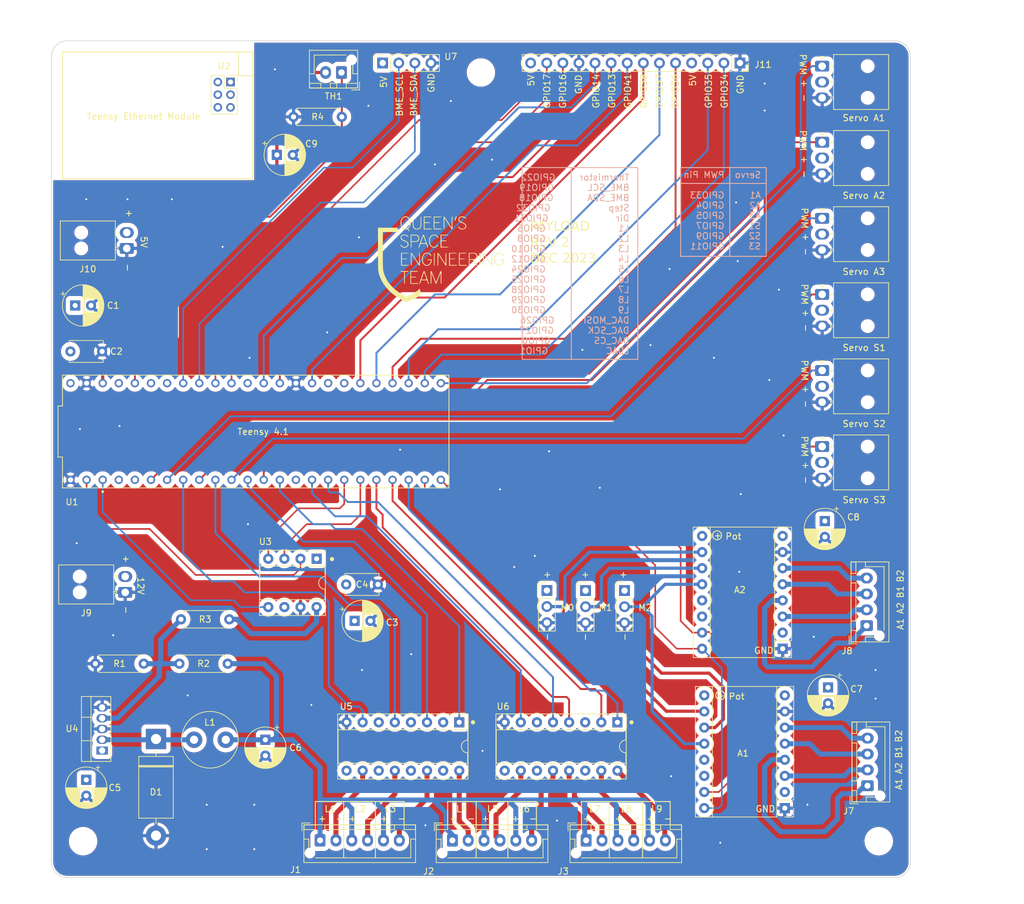
<source format=kicad_pcb>
(kicad_pcb (version 20221018) (generator pcbnew)
  (layers (0 "F.Cu" signal) (1 "In1.Cu" power) (2 "In2.Cu" power) (31 "B.Cu" signal) (34 "B.Paste" user) (35 "F.Paste" user) (36 "B.SilkS" user "B.Silkscreen") (37 "F.SilkS" user "F.Silkscreen") (38 "B.Mask" user) (39 "F.Mask" user) (44 "Edge.Cuts" user))
  (net 0 "")
  (net 1 "GND")
  (net 3 "Step1_A2")
  (net 4 "Step1_A1")
  (net 5 "Step1_B1")
  (net 6 "Step1_B2")
  (net 7 "+12V")
  (net 9 "M0")
  (net 10 "M1")
  (net 11 "M2")
  (net 12 "+5V")
  (net 13 "/Motors/Step")
  (net 14 "/Motors/Dir")
  (net 16 "Step2_A2")
  (net 17 "Step2_A1")
  (net 18 "Step2_B1")
  (net 19 "Step2_B2")
  (net 21 "Vctrl")
  (net 22 "L1_GND")
  (net 23 "L2_GND")
  (net 24 "L3_GND")
  (net 25 "L4_GND")
  (net 26 "L5_GND")
  (net 27 "L6_GND")
  (net 28 "L7_GND")
  (net 29 "L8_GND")
  (net 30 "L9_GND")
  (net 31 "/Motors/Servo A1 PWM")
  (net 32 "/Motors/Servo A2 PWM")
  (net 33 "/Motors/Servo A3 PWM")
  (net 34 "/Motors/Servo S1 PWM")
  (net 35 "/Motors/Servo S2 PWM")
  (net 36 "/Motors/Servo S3 PWM")
  (net 37 "/Lights Control/DAC_MOSI")
  (net 38 "/Lights Control/DAC_SCK")
  (net 39 "/Lights Control/DAC_CS")
  (net 40 "/Lights Control/LDAC")
  (net 41 "/Sensors and Connectors/3V3")
  (net 42 "/Sensors and Connectors/V_Thermo")
  (net 43 "/Sensors and Connectors/BME_SCL")
  (net 44 "/Sensors and Connectors/GPIO41")
  (net 45 "/Sensors and Connectors/GPIO38")
  (net 46 "/Sensors and Connectors/GPIO37")
  (net 47 "/Sensors and Connectors/GPIO36")
  (net 48 "/Sensors and Connectors/GPIO14")
  (net 49 "/Sensors and Connectors/GPIO13")
  (net 50 "/Sensors and Connectors/GPIO35")
  (net 51 "/Sensors and Connectors/GPIO34")
  (net 52 "/Sensors and Connectors/GPIO17")
  (net 53 "/Sensors and Connectors/GPIO16")
  (net 54 "/Lights Control/L1")
  (net 55 "/Lights Control/L2")
  (net 56 "/Lights Control/L3")
  (net 57 "/Lights Control/L4")
  (net 58 "/Lights Control/L5")
  (net 59 "/Lights Control/L6")
  (net 60 "/Lights Control/L7")
  (net 61 "/Lights Control/L8")
  (net 62 "/Lights Control/L9")
  (net 70 "/Lights Control/FB")
  (net 71 "/Lights Control/LM2576_Out")
  (net 72 "Light_PWR")
  (net 87 "/Sensors and Connectors/BME_SDA")
  (footprint "Connector_Molex:Molex_Nano-Fit_105313-xx03_1x03_P2.50mm_Horizontal" (layer "F.Cu") (at 183.07 29)
    (fp_text reference "M1" hide)
    (fp_text value "Servo A1")
  )
  (footprint "Connector_PinHeader_2.54mm:PinHeader_1x03_P2.54mm_Vertical" (layer "F.Cu") (at 145.75 111.725)
    (fp_text reference "J5" hide)
    (fp_text value "M1 Jumper")
  )
  (footprint "Capacitor_THT:CP_Radial_D6.3mm_P2.50mm" (layer "F.Cu") (at 184 127 -90)
    (fp_text reference "C7")
    (fp_text value "100u")
  )
  (footprint "Capacitor_THT:CP_Radial_D6.3mm_P2.50mm" (layer "F.Cu") (at 67 141.567621 -90)
    (fp_text reference "C5")
    (fp_text value "100u")
  )
  (footprint "Connector_Molex:Molex_Nano-Fit_105313-xx02_1x02_P2.50mm_Horizontal" (layer "F.Cu") (at 73.14 112 180)
    (fp_text reference "J9")
    (fp_text value "12V Connector")
  )
  (footprint "Module:Pololu_Breakout-16_15.2x20.3mm" (layer "F.Cu") (at 176.84 120.89 180)
    (fp_text reference "A2")
    (fp_text value "DRV8825_Stepper_Driver")
  )
  (footprint "Package_DIP:DIP-16_W7.62mm_Socket" (layer "F.Cu") (at 125.83 132.5 -90)
    (fp_text reference "U5")
    (fp_text value "ULN2003A")
  )
  (footprint "MountingHole:MountingHole_4mm" (layer "F.Cu") (at 192 151.25)
    (fp_text reference "REF**" hide)
    (fp_text value "MountingHole_4mm")
  )
  (footprint "Package_TO_SOT_THT:TO-220-5_Vertical" (layer "F.Cu") (at 69.5 136.95 90)
    (fp_text reference "U4")
    (fp_text value "LM2576T-ADJG")
  )
  (footprint "Resistor_THT:R_Axial_DIN0207_L6.3mm_D2.5mm_P7.62mm_Horizontal" (layer "F.Cu") (at 107.31 37 180)
    (fp_text reference "R4")
    (fp_text value "100k")
  )
  (footprint "Connector_Molex:Molex_Nano-Fit_105313-xx02_1x02_P2.50mm_Horizontal" (layer "F.Cu") (at 73.39 57.75 180)
    (fp_text reference "J10")
    (fp_text value "5V Connector")
  )
  (footprint "MountingHole:MountingHole_4mm" (layer "F.Cu") (at 66.5 151.25)
    (fp_text reference "REF**" hide)
    (fp_text value "MountingHole_4mm")
  )
  (footprint "Resistor_THT:R_Axial_DIN0207_L6.3mm_D2.5mm_P7.62mm_Horizontal" (layer "F.Cu") (at 89.31 123.25 180)
    (fp_text reference "R2")
    (fp_text value "10k")
  )
  (footprint "Connector_Molex:Molex_Nano-Fit_105313-xx03_1x03_P2.50mm_Horizontal" (layer "F.Cu") (at 183.07 89)
    (fp_text reference "M6" hide)
    (fp_text value "Servo S3")
  )
  (footprint "Connector_PinSocket_2.54mm:PinSocket_1x14_P2.54mm_Vertical" (layer "F.Cu") (at 170.11 28.5 -90)
    (fp_text reference "J11")
    (fp_text value "Extra Connections Header")
  )
  (footprint "Resistor_THT:R_Axial_DIN0207_L6.3mm_D2.5mm_P7.62mm_Horizontal" (layer "F.Cu") (at 81.94 116.25)
    (fp_text reference "R3")
    (fp_text value "5k1")
  )
  (footprint "Package_DIP:DIP-16_W7.62mm_Socket" (layer "F.Cu") (at 150.78 132.5 -90)
    (fp_text reference "U6")
    (fp_text value "ULN2003A")
  )
  (footprint "Connector_PinHeader_2.54mm:PinHeader_1x03_P2.54mm_Vertical" (layer "F.Cu") (at 139.65 111.7)
    (fp_text reference "J4" hide)
    (fp_text value "M0 Jumper")
  )
  (footprint "Capacitor_THT:C_Disc_D5.1mm_W3.2mm_P5.00mm" (layer "F.Cu") (at 108 110.75)
    (fp_text reference "C4")
    (fp_text value "100n")
  )
  (footprint "LOGO" (layer "F.Cu") (at 123 59.25)
    (fp_text reference "G***" hide)
    (fp_text value "LOGO" hide)
  )
  (footprint "Connector_JST:JST_XH_B6B-XH-AM_1x06_P2.50mm_Vertical" (layer "F.Cu") (at 103.88 151.12)
    (fp_text reference "J1")
    (fp_text value "Lights Row 1")
  )
  (footprint "Resistor_THT:R_Axial_DIN0207_L6.3mm_D2.5mm_P7.62mm_Horizontal" (layer "F.Cu") (at 76.06 123.25 180)
    (fp_text reference "R1")
    (fp_text value "1k6")
  )
  (footprint "Capacitor_THT:CP_Radial_D6.3mm_P2.50mm" (layer "F.Cu") (at 65.25 66.75)
    (fp_text reference "C1")
    (fp_text value "47u")
  )
  (footprint "Connector_Molex:Molex_Nano-Fit_105313-xx03_1x03_P2.50mm_Horizontal" (layer "F.Cu") (at 183.07 41)
    (fp_text reference "M2" hide)
    (fp_text value "Servo A2")
  )
  (footprint "Connector_JST:JST_XH_B4B-XH-AM_1x04_P2.50mm_Vertical" (layer "F.Cu") (at 190.225 142.5 90)
    (fp_text reference "J7")
    (fp_text value "Stepper Motor 1")
  )
  (footprint "Capacitor_THT:CP_Radial_D6.3mm_P2.50mm" (layer "F.Cu") (at 109.317621 116.5)
    (fp_text reference "C3")
    (fp_text value "47u")
  )
  (footprint "Capacitor_THT:CP_Radial_D6.3mm_P2.50mm" (layer "F.Cu") (at 95.25 135.25 -90)
    (fp_text reference "C6")
    (fp_text value "100u")
  )
  (footprint "Diode_THT:D_DO-201AD_P15.24mm_Horizontal" (layer "F.Cu") (at 78 135.13 -90)
    (fp_text reference "D1")
    (fp_text value "1N5821")
  )
  (footprint "Connector_JST:JST_XH_B6B-XH-AM_1x06_P2.50mm_Vertical" (layer "F.Cu") (at 145.85 151.12)
    (fp_text reference "J3")
    (fp_text value "Lights Row 3")
  )
  (footprint "Connector_Molex:Molex_Nano-Fit_105313-xx03_1x03_P2.50mm_Horizontal" (layer "F.Cu") (at 183.07 53)
    (fp_text reference "M3" hide)
    (fp_text value "Servo A3")
  )
  (footprint "Connector_Molex:Molex_Nano-Fit_105313-xx03_1x03_P2.50mm_Horizontal" (layer "F.Cu") (at 183.07 65)
    (fp_text reference "M4" hide)
    (fp_text value "Servo S1")
  )
  (footprint "Module:Pololu_Breakout-16_15.2x20.3mm" (layer "F.Cu") (at 177.18 146.03 180)
    (fp_text reference "A1")
    (fp_text value "DRV8825_Stepper_Driver")
  )
  (footprint "MountingHole:MountingHole_4mm" (layer "F.Cu") (at 129.25 30)
    (fp_text reference "REF**" hide)
    (fp_text value "MountingHole_4mm")
  )
  (footprint "Connector_JST:JST_XH_B4B-XH-AM_1x04_P2.50mm_Vertical" (layer "F.Cu") (at 190.09 117.25 90)
    (fp_text reference "J8")
    (fp_text value "Stepper Motor 2")
  )
  (footprint "Connector_PinSocket_2.54mm:PinSocket_1x04_P2.54mm_Vertical" (layer "F.Cu") (at 113.75 28.5 90)
    (fp_text reference "U7")
    (fp_text value "BME 680 Module")
  )
  (footprint "Capacitor_THT:C_Disc_D5.1mm_W3.2mm_P5.00mm" (layer "F.Cu") (at 64.5 74)
    (fp_text reference "C2")
    (fp_text value "100n")
  )
  (footprint "Inductor_THT:L_Radial_D8.7mm_P5.00mm_Fastron_07HCP" (layer "F.Cu") (at 84 135.25)
    (fp_text reference "L1")
    (fp_text value "220u")
  )
  (footprint "Capacitor_THT:CP_Radial_D6.3mm_P2.50mm" (layer "F.Cu") (at 97.067621 43)
    (fp_text reference "C9")
    (fp_text value "47u")
  )
  (footprint "Connector_PinHeader_2.54mm:PinHeader_1x03_P2.54mm_Vertical" (layer "F.Cu") (at 151.9 111.725)
    (fp_text reference "J6" hide)
    (fp_text value "M2 Jumper")
  )
  (footprint "Connector_JST:JST_XH_B2B-XH-AM_1x02_P2.50mm_Vertical" (layer "F.Cu") (at 107.25 30 180)
    (fp_text reference "TH1")
    (fp_text value "Thermistor")
  )
  (footprint "Connector_JST:JST_XH_B6B-XH-AM_1x06_P2.50mm_Vertical" (layer "F.Cu") (at 124.75 151.12)
    (fp_text reference "J2")
    (fp_text value "Lights Row 2")
  )
  (footprint "Capacitor_THT:CP_Radial_D6.3mm_P2.50mm" (layer "F.Cu") (at 183.5 100.75 -90)
    (fp_text reference "C8")
    (fp_text value "100u")
  )
  (footprint "Connector_Molex:Molex_Nano-Fit_105313-xx03_1x03_P2.50mm_Horizontal" (layer "F.Cu") (at 183.07 77)
    (fp_text reference "M5" hide)
    (fp_text value "Servo S2")
  )
  (footprint "Footprint_LIB:Teensy4-1" (layer "F.Cu") (at 93.72 86.63)
    (fp_text reference "U1")
    (fp_text value "Teensy 4.1")
  )
  (footprint "Package_DIP:DIP-8_W7.62mm_Socket" (layer "F.Cu") (at 103.33 106.7 -90)
    (fp_text reference "U3")
    (fp_text value "MCP4921-EP")
  )
  (footprint "Connector_PinSocket_2.00mm:PinSocket_2x03_P2.00mm_Vertical" (layer "F.Cu") (at 89.75 31.5)
    (fp_text reference "U2")
    (fp_text value "Teensy ETH Module Connnector")
  )
  (gr_line (start 143.5 45) (end 143.5 75.25) (stroke (width 0.15)) (layer "B.SilkS"))
  (gr_line (start 160.75 47.5) (end 174.25 47.5) (stroke (width 0.15)) (layer "B.SilkS"))
  (gr_line (start 168.5 59) (end 168.5 45) (stroke (width 0.15)) (layer "B.SilkS"))
  (gr_rect (start 135.75 45) (end 154 75.25) (stroke (width 0.15)) (fill none) (layer "B.SilkS"))
  (gr_rect (start 160.75 45) (end 174.25 59) (stroke (width 0.15)) (fill none) (layer "B.SilkS"))
  (gr_circle (center 128 132.5) (end 128.25 132.5) (stroke (width 0.15)) (fill solid) (layer "F.SilkS"))
  (gr_line (start 107.6 153.85) (end 107.6 145) (stroke (width 0.15)) (layer "F.SilkS"))
  (gr_line (start 124 145) (end 124 148.75) (stroke (width 0.15)) (layer "F.SilkS"))
  (gr_circle (center 166.5 103) (end 167 102.5) (stroke (width 0.15)) (fill none) (layer "F.SilkS"))
  (gr_line (start 103.13 145) (end 117.13 145) (stroke (width 0.15)) (layer "F.SilkS"))
  (gr_line (start 145.1 148.67) (end 145.1 145) (stroke (width 0.15)) (layer "F.SilkS"))
  (gr_circle (center 167 128.25) (end 167.5 127.75) (stroke (width 0.15)) (fill none) (layer "F.SilkS"))
  (gr_line (start 93.45 30.5) (end 91.05 30.5) (stroke (width 0.15)) (layer "F.SilkS"))
  (gr_line (start 124 145) (end 138 145) (stroke (width 0.15)) (layer "F.SilkS"))
  (gr_rect (start 63.25 26.75) (end 93.25 46.75) (stroke (width 0.15)) (fill none) (layer "F.SilkS"))
  (gr_line (start 138 148.75) (end 138 145) (stroke (width 0.15)) (layer "F.SilkS"))
  (gr_line (start 133.5 153.85) (end 133.5 145) (stroke (width 0.15)) (layer "F.SilkS"))
  (gr_line (start 149.5 153.85) (end 149.5 145) (stroke (width 0.15)) (layer "F.SilkS"))
  (gr_line (start 145.1 145) (end 159.1 145) (stroke (width 0.15)) (layer "F.SilkS"))
  (gr_line (start 103.13 145) (end 103.13 148.75) (stroke (width 0.15)) (layer "F.SilkS"))
  (gr_line (start 91 30.5) (end 91 27) (stroke (width 0.15)) (layer "F.SilkS"))
  (gr_line (start 112.6 153.85) (end 112.6 145) (stroke (width 0.15)) (layer "F.SilkS"))
  (gr_line (start 117.13 148.75) (end 117.13 145) (stroke (width 0.15)) (layer "F.SilkS"))
  (gr_circle (center 105.75 106.75) (end 106 106.75) (stroke (width 0.15)) (fill solid) (layer "F.SilkS"))
  (gr_line (start 154.75 153.85) (end 154.75 145) (stroke (width 0.15)) (layer "F.SilkS"))
  (gr_line (start 128.5 153.85) (end 128.5 145) (stroke (width 0.15)) (layer "F.SilkS"))
  (gr_circle (center 153 132.5) (end 153.25 132.5) (stroke (width 0.15)) (fill solid) (layer "F.SilkS"))
  (gr_line (start 159.1 148.67) (end 159.1 145) (stroke (width 0.15)) (layer "F.SilkS"))
  (gr_arc (start 197 154.5) (mid 196.267767 156.267767) (end 194.5 157) (stroke (width 0.1)) (layer "Edge.Cuts"))
  (gr_arc (start 61.5 27.5) (mid 62.232233 25.732233) (end 64 25) (stroke (width 0.1)) (layer "Edge.Cuts"))
  (gr_arc (start 64 157) (mid 62.232233 156.267767) (end 61.5 154.5) (stroke (width 0.1)) (layer "Edge.Cuts"))
  (gr_line (start 64 157) (end 194.5 157) (stroke (width 0.1)) (layer "Edge.Cuts"))
  (gr_line (start 197 27.5) (end 197 154.5) (stroke (width 0.1)) (layer "Edge.Cuts"))
  (gr_arc (start 194.5 25) (mid 196.267767 25.732233) (end 197 27.5) (stroke (width 0.1)) (layer "Edge.Cuts"))
  (gr_line (start 61.5 154.5) (end 61.5 27.5) (stroke (width 0.1)) (layer "Edge.Cuts"))
  (gr_line (start 64 25) (end 194.5 25) (stroke (width 0.1)) (layer "Edge.Cuts"))
  (gr_text "Thermistor     GPIO22\nBME_SCL       GPIO19\nBME_SDA       GPIO18\nStep            GPIO32\nDir              GPIO31\nL1               GPIO6\nL2               GPIO8\nL3               GPIO10\nL4               GPIO12\nL5               GPIO24\nL6               GPIO25\nL7               GPIO28\nL8               GPIO29\nL9               GPIO30\nDAC_MOSI      GPIO26\nDAC_SCK       GPIO27\nDAC_CS         GPIO0\nLDAC            GPIO1" (at 152.75 74.5) (layer "B.SilkS") (effects (font (size 1 1)) (justify left bottom mirror)))
  (gr_text "PWM Pin\n\nGPIO33\nGPIO4\nGPIO5\nGPIO7\nGPIO9\nGPIO11" (at 167.75 58) (layer "B.SilkS") (effects (font (size 1 1)) (justify left bottom mirror)))
  (gr_text "Servo \n\nA1    \nA2\nA3\nS1\nS2\nS3\n" (at 173.5 58) (layer "B.SilkS") (effects (font (size 1 1)) (justify left bottom mirror)))
  (gr_text "+  -" (at 108.25 148.25) (layer "F.SilkS") (effects (font (size 1 1)) (justify left bottom)))
  (gr_text "Servo A1" (at 186.21 37.75) (layer "F.SilkS") (effects (font (size 1 1)) (justify left bottom)))
  (gr_text "+  -" (at 103.5 148.25) (layer "F.SilkS") (effects (font (size 1 1)) (justify left bottom)))
  (gr_text "+" (at 179.71 56.5) (layer "F.SilkS") (effects (font (size 1 1)) (justify left bottom)))
  (gr_text "+  -" (at 129.25 148.25) (layer "F.SilkS") (effects (font (size 1 1)) (justify left bottom)))
  (gr_text "GPIO16" (at 142.75 35.75 90) (layer "F.SilkS") (effects (font (size 1 1)) (justify left bottom)))
  (gr_text "A1" (at 195.75 143.25 90) (layer "F.SilkS") (effects (font (size 1 1)) (justify left bottom)))
  (gr_text "Servo A2" (at 186.21 50) (layer "F.SilkS") (effects (font (size 1 1)) (justify left bottom)))
  (gr_text "Servo S1" (at 186.21 74) (layer "F.SilkS") (effects (font (size 1 1)) (justify left bottom)))
  (gr_text "-" (at 180.96 83 90) (layer "F.SilkS") (effects (font (size 1 1)) (justify left bottom)))
  (gr_text "Teensy Ethernet Module" (at 67 37.5) (layer "F.SilkS") (effects (font (size 1 1)) (justify left bottom)))
  (gr_text "GND" (at 172.25 121.75) (layer "F.SilkS") (effects (font (size 1 1)) (justify left bottom)))
  (gr_text "PWM" (at 179.71 51.25 -90) (layer "F.SilkS") (effects (font (size 1 1)) (justify left bottom)))
  (gr_text "5V" (at 114.5 32.5 90) (layer "F.SilkS") (effects (font (size 1 1)) (justify left bottom)))
  (gr_text "M2" (at 154 115) (layer "F.SilkS") (effects (font (size 1 1)) (justify left bottom)))
  (gr_text "B1" (at 196 113 90) (layer "F.SilkS") (effects (font (size 1 1)) (justify left bottom)))
  (gr_text "L6\n" (at 135.12 146.75) (layer "F.SilkS") (effects (font (size 1 1)) (justify left bottom)))
  (gr_text "L1\n" (at 104.5 146.75) (layer "F.SilkS") (effects (font (size 1 1)) (justify left bottom)))
  (gr_text "+" (at 165.9 103.6) (layer "F.SilkS") (effects (font (size 1 1)) (justify left bottom)))
  (gr_text "-" (at 180.96 71 90) (layer "F.SilkS") (effects (font (size 1 1)) (justify left bottom)))
  (gr_text "-" (at 74 61.5 90) (layer "F.SilkS") (effects (font (size 1 1)) (justify left bottom)))
  (gr_text "BME_SCL" (at 117 37 90) (layer "F.SilkS") (effects (font (size 1 1)) (justify left bottom)))
  (gr_text "PWM" (at 179.71 87.25 -90) (layer "F.SilkS") (effects (font (size 1 1)) (justify left bottom)))
  (gr_text "GND" (at 122 33.25 90) (layer "F.SilkS") (effects (font (size 1 1)) (justify left bottom)))
  (gr_text "+" (at 166.4 128.85) (layer "F.SilkS") (effects (font (size 1 1)) (justify left bottom)))
  (gr_text "GND" (at 170.75 33.5 90) (layer "F.SilkS") (effects (font (size 1 1)) (justify left bottom)))
  (gr_text "+  -" (at 150.25 148.25) (layer "F.SilkS") (effects (font (size 1 1)) (justify left bottom)))
  (gr_text "B1" (at 195.75 138.25 90) (layer "F.SilkS") (effects (font (size 1 1)) (justify left bottom)))
  (gr_text "-" (at 180.96 95 90) (layer "F.SilkS") (effects (font (size 1 1)) (justify left bottom)))
  (gr_text "GPIO37" (at 158 35.75 90) (layer "F.SilkS") (effects (font (size 1 1)) (justify left bottom)))
  (gr_text "M1\n" (at 147.75 115) (layer "F.SilkS") (effects (font (size 1 1)) (justify left bottom)))
  (gr_text "-" (at 152.5 119.75 90) (layer "F.SilkS") (effects (font (size 1 1)) (justify left bottom)))
  (gr_text "L8\n" (at 151.22 146.75) (layer "F.SilkS") (effects (font (size 1 1)) (justify left bottom)))
  (gr_text "+  -" (at 113.25 148.25) (layer "F.SilkS") (effects (font (size 1 1)) (justify left bottom)))
  (gr_text "GPIO13" (at 150.5 35.75 90) (layer "F.SilkS") (effects (font (size 1 1)) (justify left bottom)))
  (gr_text "+  -" (at 134 148.25) (layer "F.SilkS") (effects (font (size 1 1)) (justify left bottom)))
  (gr_text "Servo S2" (at 186.21 86) (layer "F.SilkS") (effects (font (size 1 1)) (justify left bottom)))
  (gr_text "GND" (at 172.5 146.75) (layer "F.SilkS") (effects (font (size 1 1)) (justify left bottom)))
  (gr_text "GPIO38" (at 155.5 35.75 90) (layer "F.SilkS") (effects (font (size 1 1)) (justify left bottom)))
  (gr_text "-" (at 140.25 119.75 90) (layer "F.SilkS") (effects (font (size 1 1)) (justify left bottom)))
  (gr_text "12V" (at 75 109.5 270) (layer "F.SilkS") (effects (font (size 1 1)) (justify left bottom)))
  (gr_text "L2\n" (at 109.25 146.75) (layer "F.SilkS") (effects (font (size 1 1)) (justify left bottom)))
  (gr_text "PWM" (at 179.71 63.25 -90) (layer "F.SilkS") (effects (font (size 1 1)) (justify left bottom)))
  (gr_text "GPIO41" (at 153 35.75 90) (layer "F.SilkS") (effects (font (size 1 1)) (justify left bottom)))
  (gr_text "5V" (at 163.25 32.25 90) (layer "F.SilkS") (effects (font (size 1 1)) (justify left bottom)))
  (gr_text "+  -" (at 145.25 148.25) (layer "F.SilkS") (effects (font (size 1 1)) (justify left bottom)))
  (gr_text "+" (at 72.5 107.25) (layer "F.SilkS") (effects (font (size 1 1)) (justify left bottom)))
  (gr_text "-" (at 146.25 119.75 90) (layer "F.SilkS") (effects (font (size 1 1)) (justify left bottom)))
  (gr_text "Pot" (at 167.75 103.75) (layer "F.SilkS") (effects (font (size 1 1)) (justify left bottom)))
  (gr_text "+  -" (at 155.25 148.25) (layer "F.SilkS") (effects (font (size 1 1)) (justify left bottom)))
  (gr_text "+" (at 179.71 80.5) (layer "F.SilkS") (effects (font (size 1 1)) (justify left bottom)))
  (gr_text "B2" (at 196 110.5 90) (layer "F.SilkS") (effects (font (size 1 1)) (justify left bottom)))
  (gr_text "-" (at 73.75 115.5 90) (layer "F.SilkS") (effects (font (size 1 1)) (justify left bottom)))
  (gr_text "+" (at 73 52.75) (layer "F.SilkS") (effects (font (size 1 1)) (justify left bottom)))
  (gr_text "Servo A3" (at 186.21 62) (layer "F.SilkS") (effects (font (size 1 1)) (justify left bottom)))
  (gr_text "M0" (at 141.75 115) (layer "F.SilkS") (effects (font (size 1 1)) (justify left bottom)))
  (gr_text "Pot" (at 168.25 129) (layer "F.SilkS") (effects (font (size 1 1)) (justify left bottom)))
  (gr_text "Teensy 4.1" (at 90.75 87.25) (layer "F.SilkS") (effects (font (size 1 1)) (justify left bottom)))
  (gr_text "-" (at 180.71 34.75 90) (layer "F.SilkS") (effects (font (size 1 1)) (justify left bottom)))
  (gr_text "BME_SDA" (at 119.25 37 90) (layer "F.SilkS") (effects (font (size 1 1)) (justify left bottom)))
  (gr_text "GPIO14" (at 148 35.75 90) (layer "F.SilkS") (effects (font (size 1 1)) (justify left bottom)))
  (gr_text "Servo S3\n" (at 186.21 98) (layer "F.SilkS") (effects (font (size 1 1)) (justify left bottom)))
  (gr_text "GPIO36" (at 160.5 35.75 90) (layer "F.SilkS") (effects (font (size 1 1)) (justify left bottom)))
  (gr_text "+" (at 179.71 92.5) (layer "F.SilkS") (effects (font (size 1 1)) (justify left bottom)))
  (gr_text "-" (at 180.96 59 90) (layer "F.SilkS") (effects (font (size 1 1)) (justify left bottom)))
  (gr_text "GPIO35" (at 165.75 35.75 90) (layer "F.SilkS") (effects (font (size 1 1)) (justify left bottom)))
  (gr_text "+" (at 151 109.75) (layer "F.SilkS") (effects (font (size 1 1)) (justify left bottom)))
  (gr_text "+" (at 179.46 44.25) (layer "F.SilkS") (effects (font (size 1 1)) (justify left bottom)))
  (gr_text "+" (at 179.46 32.25) (layer "F.SilkS") (effects (font (size 1 1)) (justify left bottom)))
  (gr_text "L3\n" (at 114 146.75) (layer "F.SilkS") (effects (font (size 1 1)) (justify left bottom)))
  (gr_text "+  -" (at 124.25 148.25) (layer "F.SilkS") (effects (font (size 1 1)) (justify left bottom)))
  (gr_text "A2" (at 196 115.5 90) (layer "F.SilkS") (effects (font (size 1 1)) (justify left bottom)))
  (gr_text "A1" (at 196 118 90) (layer "F.SilkS") (effects (font (size 1 1)) (justify left bottom)))
  (gr_text "B2" (at 195.75 135.75 90) (layer "F.SilkS") (effects (font (size 1 1)) (justify left bottom)))
  (gr_text "+" (at 139 109.75) (layer "F.SilkS") (effects (font (size 1 1)) (justify left bottom)))
  (gr_text "PWM" (at 179.71 75.25 -90) (layer "F.SilkS") (effects (font (size 1 1)) (justify left bottom)))
  (gr_text "PAYLOAD\nREV 2\nDEC 2023" (at 137 60.25) (layer "F.SilkS") (effects (font (size 1.5 1.5)) (justify left bottom)))
  (gr_text "L5\n" (at 130.12 146.75) (layer "F.SilkS") (effects (font (size 1 1)) (justify left bottom)))
  (gr_text "L9\n" (at 156 146.75) (layer "F.SilkS") (effects (font (size 1 1)) (justify left bottom)))
  (gr_text "5V" (at 137.75 32.25 90) (layer "F.SilkS") (effects (font (size 1 1)) (justify left bottom)))
  (gr_text "PWM" (at 179.46 39 -90) (layer "F.SilkS") (effects (font (size 1 1)) (justify left bottom)))
  (gr_text "L7\n" (at 146.22 146.75) (layer "F.SilkS") (effects (font (size 1 1)) (justify left bottom)))
  (gr_text "GPIO17" (at 140.25 35.75 90) (layer "F.SilkS") (effects (font (size 1 1)) (justify left bottom)))
  (gr_text "A2" (at 195.75 140.75 90) (layer "F.SilkS") (effects (font (size 1 1)) (justify left bottom)))
  (gr_text "5V" (at 75.5 55.75 -90) (layer "F.SilkS") (effects (font (size 1 1)) (justify left bottom)))
  (gr_text "-" (at 180.71 46.75 90) (layer "F.SilkS") (effects (font (size 1 1)) (justify left bottom)))
  (gr_text "PWM" (at 179.46 27 -90) (layer "F.SilkS") (effects (font (size 1 1)) (justify left bottom)))
  (gr_text "GND" (at 145.25 33.5 90) (layer "F.SilkS") (effects (font (size 1 1)) (justify left bottom)))
  (gr_text "+" (at 179.71 68.5) (layer "F.SilkS") (effects (font (size 1 1)) (justify left bottom)))
  (gr_text "GPIO34" (at 168.25 35.75 90) (layer "F.SilkS") (effects (font (size 1 1)) (justify left bottom)))
  (gr_text "L4\n" (at 125.25 146.75) (layer "F.SilkS") (effects (font (size 1 1)) (justify left bottom)))
  (gr_text "+" (at 145 109.75) (layer "F.SilkS") (effects (font (size 1 1)) (justify left bottom)))
  (via (at 110 56) (size 0.7) (drill 0.3) (layers "F.Cu" "B.Cu") (net 1))
  (via (at 110.5 124.25) (size 0.7) (drill 0.3) (layers "F.Cu" "B.Cu") (net 1))
  (via (at 169.5 50.5) (size 0.7) (drill 0.3) (layers "F.Cu" "B.Cu") (net 1))
  (via (at 71.25 118.75) (size 0.7) (drill 0.3) (layers "F.Cu" "B.Cu") (net 1))
  (via (at 92.75 75) (size 0.7) (drill 0.3) (layers "F.Cu" "B.Cu") (net 1))
  (via (at 80.5 50) (size 0.7) (drill 0.3) (layers "F.Cu" "B.Cu") (net 1))
  (via (at 137.75 106.25) (size 0.7) (drill 0.3) (layers "F.Cu" "B.Cu") (net 1))
  (via (at 177 87.25) (size 0.7) (drill 0.3) (layers "F.Cu" "B.Cu") (net 1))
  (via (at 141.25 148) (size 0.7) (drill 0.3) (layers "F.Cu" "B.Cu") (net 1))
  (via (at 65.5 104.25) (size 0.7) (drill 0.3) (layers "F.Cu" "B.Cu") (net 1))
  (via (at 166 75) (size 0.7) (drill 0.3) (layers "F.Cu" "B.Cu") (net 1))
  (via (at 148 95.5) (size 0.7) (drill 0.3) (layers "F.Cu" "B.Cu") (net 1))
  (via (at 180.75 145.5) (size 0.7) (drill 0.3) (layers "F.Cu" "B.Cu") (net 1))
  (via (at 93.5 145.5) (size 0.7) (drill 0.3) (layers "F.Cu" "B.Cu") (net 1))
  (via (at 191.5 124.25) (size 0.7) (drill 0.3) (layers "F.Cu" "B.Cu") (net 1))
  (via (at 170.25 96.5) (size 0.7) (drill 0.3) (layers "F.Cu" "B.Cu") (net 1))
  (via (at 120.5 148.75) (size 0.7) (drill 0.3) (layers "F.Cu" "B.Cu") (net 1))
  (via (at 140 89.75) (size 0.7) (drill 0.3) (layers "F.Cu" "B.Cu") (net 1))
  (via (at 116.5 89.5) (size 0.7) (drill 0.3) (layers "F.Cu" "B.Cu") (net 1))
  (via (at 167 151.5) (size 0.7) (drill 0.3) (layers "F.Cu" "B.Cu") (net 1))
  (via (at 102.5 129.75) (size 0.7) (drill 0.3) (layers "F.Cu" "B.Cu") (net 1))
  (via (at 93.5 152.5) (size 0.7) (drill 0.3) (layers "F.Cu" "B.Cu") (net 1))
  (via (at 159 61) (size 0.7) (drill 0.3) (layers "F.Cu" "B.Cu") (net 1))
  (via (at 73.5 50) (size 0.7) (drill 0.3) (layers "F.Cu" "B.Cu") (net 1))
  (via (at 88.5 57.5) (size 0.7) (drill 0.3) (layers "F.Cu" "B.Cu") (net 1))
  (via (at 83 128.25) (size 0.7) (drill 0.3) (layers "F.Cu" "B.Cu") (net 1))
  (via (at 96.75 29.5) (size 0.7) (drill 0.3) (layers "F.Cu" "B.Cu") (net 1))
  (via (at 92.5 101.25) (size 0.7) (drill 0.3) (layers "F.Cu" "B.Cu") (net 1))
  (via (at 134.5 108) (size 0.7) (drill 0.3) (layers "F.Cu" "B.Cu") (net 1))
  (via (at 86 145.5) (size 0.7) (drill 0.3) (layers "F.Cu" "B.Cu") (net 1))
  (via (at 122 44.5) (size 0.7) (drill 0.3) (layers "F.Cu" "B.Cu") (net 1))
  (via (at 66 86.25) (size 0.7) (drill 0.3) (layers "F.Cu" "B.Cu") (net 1))
  (via (at 174 31.75) (size 0.7) (drill 0.3) (layers "F.Cu" "B.Cu") (net 1))
  (via (at 111.5 35.25) (size 0.7) (drill 0.3) (layers "F.Cu" "B.Cu") (net 1))
  (via (at 132.25 95.75) (size 0.7) (drill 0.3) (layers "F.Cu" "B.Cu") (net 1))
  (via (at 191.5 128.75) (size 0.7) (drill 0.3) (layers "F.Cu" "B.Cu") (net 1))
  (via (at 174 36) (size 0.7) (drill 0.3) (layers "F.Cu" "B.Cu") (net 1))
  (via (at 129.5 137) (size 0.7) (drill 0.3) (layers "F.Cu" "B.Cu") (net 1))
  (via (at 156 73) (size 0.7) (drill 0.3) (layers "F.Cu" "B.Cu") (net 1))
  (via (at 170 108.75) (size 0.7) (drill 0.3) (layers "F.Cu" "B.Cu") (net 1))
  (via (at 67 50) (size 0.7) (drill 0.3) (layers "F.Cu" "B.Cu") (net 1))
  (via (at 131 43.75) (size 0.7) (drill 0.3) (layers "F.Cu" "B.Cu") (net 1))
  (via (at 105 71) (size 0.7) (drill 0.3) (layers "F.Cu" "B.Cu") (net 1))
  (via (at 159.25 141) (size 0.7) (drill 0.3) (layers "F.Cu" "B.Cu") (net 1))
  (via (at 169.75 59.75) (size 0.7) (drill 0.3) (layers "F.Cu" "B.Cu") (net 1))
  (via (at 176.25 64.25) (size 0.7) (drill 0.3) (layers "F.Cu" "B.Cu") (net 1))
  (via (at 118.25 121.75) (size 0.7) (drill 0.3) (layers "F.Cu" "B.Cu") (net 1))
  (via (at 124.5 34.5) (size 0.7) (drill 0.3) (layers "F.Cu" "B.Cu") (net 1))
  (via (at 181.75 119) (size 0.7) (drill 0.3) (layers "F.Cu" "B.Cu") (net 1))
  (via (at 174.75 78.5) (size 0.7) (drill 0.3) (layers "F.Cu" "B.Cu") (net 1))
  (via (at 86 152.5) (size 0.7) (drill 0.3) (layers "F.Cu" "B.Cu") (net 1))
  (via (at 72.25 85.75) (size 0.7) (drill 0.3) (layers "F.Cu" "B.Cu") (net 1))
  (via (at 145.25 73.75) (size 0.7) (drill 0.3) (layers "F.Cu" "B.Cu") (net 1))
  (segment (start 186.55 140.95) (end 187.5 140) (width 0.8) (layer "B.Cu") (net 3))
  (segment (start 187.5 140) (end 190.225 140) (width 0.8) (layer "B.Cu") (net 3))
  (segment (start 177.18 140.95) (end 186.55 140.95) (width 0.8) (layer "B.Cu") (net 3))
  (segment (start 174 147.25) (end 176.5 149.75) (width 0.8) (layer "B.Cu") (net 4))
  (segment (start 185.5 144.5) (end 186.25 143.75) (width 0.8) (layer "B.Cu") (net 4))
  (segment (start 177.18 138.41) (end 175.09 138.41) (width 0.8) (layer "B.Cu") (net 4))
  (segment (start 174 139.5) (end 174 147.25) (width 0.8) (layer "B.Cu") (net 4))
  (segment (start 185.5 147.75) (end 185.5 144.5) (width 0.8) (layer "B.Cu") (net 4))
  (segment (start 175.09 138.41) (end 174 139.5) (width 0.8) (layer "B.Cu") (net 4))
  (segment (start 188.5 143.75) (end 189.75 142.5) (width 0.8) (layer "B.Cu") (net 4))
  (segment (start 176.5 149.75) (end 183.5 149.75) (width 0.8) (layer "B.Cu") (net 4))
  (segment (start 183.5 149.75) (end 185.5 147.75) (width 0.8) (layer "B.Cu") (net 4))
  (segment (start 186.25 143.75) (end 188.5 143.75) (width 0.8) (layer "B.Cu") (net 4))
  (segment (start 189.75 142.5) (end 190.225 142.5) (width 0.8) (layer "B.Cu") (net 4))
  (segment (start 181.12 135.87) (end 177.18 135.87) (width 0.8) (layer "B.Cu") (net 5))
  (segment (start 182.75 137.5) (end 181.12 135.87) (width 0.8) (layer "B.Cu") (net 5))
  (segment (start 190.225 137.5) (end 182.75 137.5) (width 0.8) (layer "B.Cu") (net 5))
  (segment (start 177.18 133.33) (end 186.08 133.33) (width 0.8) (layer "B.Cu") (net 6))
  (segment (start 186.08 133.33) (end 187.75 135) (width 0.8) (layer "B.Cu") (net 6))
  (segment (start 187.75 135) (end 190.225 135) (width 0.8) (layer "B.Cu") (net 6))
  (segment (start 158.5 130.75) (end 152 124.25) (width 0.5) (layer "F.Cu") (net 9))
  (segment (start 143.75 120.5) (end 142.25 119) (width 0.5) (layer "F.Cu") (net 9))
  (segment (start 142.25 114.5) (end 141.99 114.24) (width 0.5) (layer "F.Cu") (net 9))
  (segment (start 164.48 130.79) (end 164.44 130.75) (width 0.5) (layer "F.Cu") (net 9))
  (segment (start 148.25 124.25) (end 144.5 120.5) (width 0.5) (layer "F.Cu") (net 9))
  (segment (start 142.25 119) (end 142.25 114.5) (width 0.5) (layer "F.Cu") (net 9))
  (segment (start 141.99 114.24) (end 139.65 114.24) (width 0.5) (layer "F.Cu") (net 9))
  (segment (start 164.44 130.75) (end 158.5 130.75) (width 0.5) (layer "F.Cu") (net 9))
  (segment (start 144.5 120.5) (end 143.75 120.5) (width 0.5) (layer "F.Cu") (net 9))
  (segment (start 152 124.25) (end 148.25 124.25) (width 0.5) (layer "F.Cu") (net 9))
  (segment (start 146.35 105.65) (end 142.5 109.5) (width 0.5) (layer "B.Cu") (net 9))
  (segment (start 142.5 109.5) (end 142.5 114) (width 0.5) (layer "B.Cu") (net 9))
  (segment (start 142.26 114.24) (end 141.51 114.24) (width 0.5) (layer "B.Cu") (net 9))
  (segment (start 141.51 114.24) (end 139.65 114.24) (width 0.5) (layer "B.Cu") (net 9))
  (segment (start 141.52 114.25) (end 141.51 114.24) (width 0.5) (layer "B.Cu") (net 9))
  (segment (start 142.5 114) (end 142.26 114.24) (width 0.5) (layer "B.Cu") (net 9))
  (segment (start 142.25 114.25) (end 141.52 114.25) (width 0.5) (layer "B.Cu") (net 9))
  (segment (start 164.14 105.65) (end 146.35 105.65) (width 0.5) (layer "B.Cu") (net 9))
  (segment (start 149 119.75) (end 152.75 119.75) (width 0.5) (layer "F.Cu") (net 10))
  (segment (start 157.75 124.75) (end 159.25 124.75) (width 0.5) (layer "F.Cu") (net 10))
  (segment (start 148.5 119.25) (end 148.5 114.75) (width 0.5) (layer "F.Cu") (net 10))
  (segment (start 164.48 133.33) (end 166.17 133.33) (width 0.5) (layer "F.Cu") (net 10))
  (segment (start 147.985 114.265) (end 145.75 114.265) (width 0.5) (layer "F.Cu") (net 10))
  (segment (start 166.17 133.33) (end 167.5 132) (width 0.5) (layer "F.Cu") (net 10))
  (segment (start 148 114.25) (end 147.985 114.265) (width 0.5) (layer "F.Cu") (net 10))
  (segment (start 148.5 119.25) (end 149 119.75) (width 0.5) (layer "F.Cu") (net 10))
  (segment (start 148.5 114.75) (end 148 114.25) (width 0.5) (layer "F.Cu") (net 10))
  (segment (start 165.25 124.75) (end 159.25 124.75) (width 0.5) (layer "F.Cu") (net 10))
  (segment (start 167.5 127) (end 165.25 124.75) (width 0.5) (layer "F.Cu") (net 10))
  (segment (start 167.5 132) (end 167.5 127) (width 0.5) (layer "F.Cu") (net 10))
  (segment (start 152.75 119.75) (end 157.75 124.75) (width 0.5) (layer "F.Cu") (net 10))
  (segment (start 148.25 113.5) (end 147.485 114.265) (width 0.5) (layer "B.Cu") (net 10))
  (segment (start 164.14 108.19) (end 149.56 108.19) (width 0.5) (layer "B.Cu") (net 10))
  (segment (start 147.485 114.265) (end 145.75 114.265) (width 0.5) (layer "B.Cu") (net 10))
  (segment (start 148.25 109.5) (end 148.25 113.5) (width 0.5) (layer "B.Cu") (net 10))
  (segment (start 149.56 108.19) (end 148.25 109.5) (width 0.5) (layer "B.Cu") (net 10))
  (segment (start 161.37 135.87) (end 156.25 130.75) (width 0.5) (layer "B.Cu") (net 11))
  (segment (start 156.25 115.75) (end 154.765 114.265) (width 0.5) (layer "B.Cu") (net 11))
  (segment (start 158.3 110.73) (end 154.765 114.265) (width 0.5) (layer "B.Cu") (net 11))
  (segment (start 154.235 114.265) (end 151.9 114.265) (width 0.5) (layer "B.Cu") (net 11))
  (segment (start 164.14 110.73) (end 158.3 110.73) (width 0.5) (layer "B.Cu") (net 11))
  (segment (start 154.765 114.265) (end 154.235 114.265) (width 0.5) (layer "B.Cu") (net 11))
  (segment (start 164.48 135.87) (end 161.37 135.87) (width 0.5) (layer "B.Cu") (net 11))
  (segment (start 156.25 130.75) (end 156.25 115.75) (width 0.5) (layer "B.Cu") (net 11))
  (segment (start 154.75 99) (end 127.68 99) (width 0.25) (layer "F.Cu") (net 13))
  (segment (start 164.24 118.25) (end 164.14 118.35) (width 0.25) (layer "F.Cu") (net 13))
  (segment (start 127.68 99) (end 122.93 94.25) (width 0.25) (layer "F.Cu") (net 13))
  (segment (start 162.6 118.35) (end 160.75 116.5) (width 0.25) (layer "F.Cu") (net 13))
  (segment (start 160.75 116.5) (end 160.75 105) (width 0.25) (layer "F.Cu") (net 13))
  (segment (start 164.48 143.49) (end 166.76 143.49) (width 0.25) (layer "F.Cu") (net 13))
  (segment (start 165.25 118.25) (end 164.24 118.25) (width 0.25) (layer "F.Cu") (net 13))
  (segment (start 160.75 105) (end 154.75 99) (width 0.25) (layer "F.Cu") (net 13))
  (segment (start 170.25 140) (end 170.25 123.25) (width 0.25) (layer "F.Cu") (net 13))
  (segment (start 170.25 123.25) (end 165.25 118.25) (width 0.25) (layer "F.Cu") (net 13))
  (segment (start 166.76 143.49) (end 170.25 140) (width 0.25) (layer "F.Cu") (net 13))
  (segment (start 164.14 118.35) (end 162.6 118.35) (width 0.25) (layer "F.Cu") (net 13))
  (segment (start 152.36 103.36) (end 125.86 103.36) (width 0.25) (layer "F.Cu") (net 14))
  (segment (start 120.39 97.89) (end 120.39 94.25) (width 0.25) (layer "F.Cu") (net 14))
  (segment (start 156.75 107.75) (end 152.36 103.36) (width 0.25) (layer "F.Cu") (net 14))
  (segment (start 125.86 103.36) (end 120.39 97.89) (width 0.25) (layer "F.Cu") (net 14))
  (segment (start 156.75 117.5) (end 156.75 107.75) (width 0.25) (layer "F.Cu") (net 14))
  (segment (start 160.14 120.89) (end 156.75 117.5) (width 0.25) (layer "F.Cu") (net 14))
  (segment (start 164.14 120.89) (end 160.14 120.89) (width 0.25) (layer "F.Cu") (net 14))
  (segment (start 167.25 145.5) (end 167.25 124) (width 0.25) (layer "B.Cu") (net 14))
  (segment (start 166.72 146.03) (end 167.25 145.5) (width 0.25) (layer "B.Cu") (net 14))
  (segment (start 167.25 124) (end 164.14 120.89) (width 0.25) (layer "B.Cu") (net 14))
  (segment (start 164.48 146.03) (end 166.72 146.03) (width 0.25) (layer "B.Cu") (net 14))
  (segment (start 176.84 115.81) (end 187.19 115.81) (width 0.8) (layer "B.Cu") (net 16))
  (segment (start 188.25 114.75) (end 190.09 114.75) (width 0.8) (layer "B.Cu") (net 16))
  (segment (start 187.19 115.81) (end 188.25 114.75) (width 0.8) (layer "B.Cu") (net 16))
  (segment (start 174 114.5) (end 174 123.25) (width 0.8) (layer "B.Cu") (net 17))
  (segment (start 174.5 123.75) (end 181.5 123.75) (width 0.8) (layer "B.Cu") (net 17))
  (segment (start 187.34 120) (end 190.09 117.25) (width 0.8) (layer "B.Cu") (net 17))
  (segment (start 175.23 113.27) (end 174 114.5) (width 0.8) (layer "B.Cu") (net 17))
  (segment (start 181.5 123.75) (end 185.25 120) (width 0.8) (layer "B.Cu") (net 17))
  (segment (start 176.84 113.27) (end 175.23 113.27) (width 0.8) (layer "B.Cu") (net 17))
  (segment (start 174 123.25) (end 174.5 123.75) (width 0.8) (layer "B.Cu") (net 17))
  (segment (start 185.25 120) (end 187.34 120) (width 0.8) (layer "B.Cu") (net 17))
  (segment (start 183.98 110.73) (end 185.5 112.25) (width 0.8) (layer "B.Cu") (net 18))
  (segment (start 185.5 112.25) (end 190.09 112.25) (width 0.8) (layer "B.Cu") (net 18))
  (segment (start 176.84 110.73) (end 183.98 110.73) (width 0.8) (layer "B.Cu") (net 18))
  (segment (start 185.69 108.19) (end 187.25 109.75) (width 0.8) (layer "B.Cu") (net 19))
  (segment (start 187.25 109.75) (end 190.09 109.75) (width 0.8) (layer "B.Cu") (net 19))
  (segment (start 176.84 108.19) (end 185.69 108.19) (width 0.8) (layer "B.Cu") (net 19))
  (segment (start 103.33 116.7) (end 103.33 114.32) (width 0.8) (layer "B.Cu") (net 21))
  (segment (start 93 118.5) (end 101.53 118.5) (width 0.8) (layer "B.Cu") (net 21))
  (segment (start 101.53 118.5) (end 103.33 116.7) (width 0.8) (layer "B.Cu") (net 21))
  (segment (start 89.56 116.25) (end 90.75 116.25) (width 0.8) (layer "B.Cu") (net 21))
  (segment (start 90.75 116.25) (end 93 118.5) (width 0.8) (layer "B.Cu") (net 21))
  (segment (start 106.38 151.12) (end 106.38 146.87) (width 0.8) (layer "F.Cu") (net 22))
  (segment (start 106.38 146.87) (end 110.59 142.66) (width 0.8) (layer "F.Cu") (net 22))
  (segment (start 110.59 142.66) (end 110.59 140.12) (width 0.8) (layer "F.Cu") (net 22))
  (segment (start 111.38 148.12) (end 115.67 143.83) (width 0.8) (layer "F.Cu") (net 23))
  (segment (start 111.38 151.12) (end 111.38 148.12) (width 0.8) (layer "F.Cu") (net 23))
  (segment (start 115.67 143.83) (end 115.67 140.12) (width 0.8) (layer "F.Cu") (net 23))
  (segment (start 116.38 148.87) (end 120.75 144.5) (width 0.8) (layer "F.Cu") (net 24))
  (segment (start 116.38 151.12) (end 116.38 148.87) (width 0.8) (layer "F.Cu") (net 24))
  (segment (start 120.75 144.5) (end 120.75 140.12) (width 0.8) (layer "F.Cu") (net 24))
  (segment (start 127.25 149.5) (end 125.83 148.08) (width 0.8) (layer "F.Cu") (net 25))
  (segment (start 127.25 151.12) (end 127.25 149.5) (width 0.8) (layer "F.Cu") (net 25))
  (segment (start 125.83 148.08) (end 125.83 140.12) (width 0.8) (layer "F.Cu") (net 25))
  (segment (start 132.25 151.12) (end 131.63 150.5) (width 0.8) (layer "F.Cu") (net 26))
  (segment (start 131.63 147.12) (end 135.54 143.21) (width 0.8) (layer "F.Cu") (net 26))
  (segment (start 131.63 150.5) (end 131.63 147.12) (width 0.8) (layer "F.Cu") (net 26))
  (segment (start 135.54 143.21) (end 135.54 140.12) (width 0.8) (layer "F.Cu") (net 26))
  (segment (start 138.75 145.75) (end 138.75 143.25) (width 0.8) (layer "F.Cu") (net 27))
  (segment (start 137.25 147.25) (end 138.75 145.75) (width 0.8) (layer "F.Cu") (net 27))
  (segment (start 137.25 151.12) (end 137.25 147.25) (width 0.8) (layer "F.Cu") (net 27))
  (segment (start 140.62 141.38) (end 140.62 140.12) (width 0.8) (layer "F.Cu") (net 27))
  (segment (start 138.75 143.25) (end 140.62 141.38) (width 0.8) (layer "F.Cu") (net 27))
  (segment (start 144 144.25) (end 144 142.75) (width 0.8) (layer "F.Cu") (net 28))
  (segment (start 143.16 141.91) (end 143.16 140.12) (width 0.8) (layer "F.Cu") (net 28))
  (segment (start 144 142.75) (end 143.16 141.91) (width 0.8) (layer "F.Cu") (net 28))
  (segment (start 148.35 148.6) (end 144 144.25) (width 0.8) (layer "F.Cu") (net 28))
  (segment (start 148.35 151.12) (end 148.35 148.6) (width 0.8) (layer "F.Cu") (net 28))
  (segment (start 153.35 148.6) (end 148.24 143.49) (width 0.8) (layer "F.Cu") (net 29))
  (segment (start 148.24 143.49) (end 148.24 140.12) (width 0.8) (layer "F.Cu") (net 29))
  (segment (start 153.35 151.12) (end 153.35 148.6) (width 0.8) (layer "F.Cu") (net 29))
  (segment (start 158.25 151.02) (end 158.25 147.59) (width 0.8) (layer "F.Cu") (net 30))
  (segment (start 158.35 151.12) (end 158.25 151.02) (width 0.8) (layer "F.Cu") (net 30))
  (segment (start 158.25 147.59) (end 150.78 140.12) (width 0.8) (layer "F.Cu") (net 30))
  (segment (start 181.46 29) (end 183.07 29) (width 0.3) (layer "B.Cu") (net 31))
  (segment (start 145.95 79.01) (end 146.48 78.48) (width 0.3) (layer "B.Cu") (net 31))
  (segment (start 122.93 79.01) (end 145.95 79.01) (width 0.3) (layer "B.Cu") (net 31))
  (segment (start 146.48 78.48) (end 179.71 45.25) (width 0.3) (layer "B.Cu") (net 31))
  (segment (start 179.71 30.75) (end 181.46 29) (width 0.3) (layer "B.Cu") (net 31))
  (segment (start 179.71 45.25) (end 179.71 30.75) (width 0.3) (layer "B.Cu") (net 31))
  (segment (start 130.25 78.5) (end 146.75 78.5) (width 0.3) (layer "F.Cu") (net 32))
  (segment (start 146.75 78.5) (end 173 52.25) (width 0.3) (layer "F.Cu") (net 32))
  (segment (start 173 43) (end 175 41) (width 0.3) (layer "F.Cu") (net 32))
  (segment (start 173 52.25) (end 173 43) (width 0.3) (layer "F.Cu") (net 32))
  (segment (start 126.25 82.5) (end 130.25 78.5) (width 0.3) (layer "F.Cu") (net 32))
  (segment (start 88.96 82.5) (end 126.25 82.5) (width 0.3) (layer "F.Cu") (net 32))
  (segment (start 175 41) (end 183.07 41) (width 0.3) (layer "F.Cu") (net 32))
  (segment (start 77.21 94.25) (end 88.96 82.5) (width 0.3) (layer "F.Cu") (net 32))
  (segment (start 183.07 53) (end 180.96 53) (width 0.3) (layer "B.Cu") (net 33))
  (segment (start 177.21 56.75) (end 177.21 56.79) (width 0.3) (layer "B.Cu") (net 33))
  (segment (start 177.21 56.79) (end 149.75 84.25) (width 0.3) (layer "B.Cu") (net 33))
  (segment (start 149.75 84.25) (end 89.75 84.25) (width 0.3) (layer "B.Cu") (net 33))
  (segment (start 180.96 53) (end 177.21 56.75) (width 0.3) (layer "B.Cu") (net 33))
  (segment (start 89.75 84.25) (end 79.75 94.25) (width 0.3) (layer "B.Cu") (net 33))
  (segment (start 93.33 85.75) (end 160.71 85.75) (width 0.3) (layer "F.Cu") (net 34))
  (segment (start 84.83 94.25) (end 93.33 85.75) (width 0.3) (layer "F.Cu") (net 34))
  (segment (start 160.71 85.75) (end 181.46 65) (width 0.3) (layer "F.Cu") (net 34))
  (segment (start 181.46 65) (end 183.07 65) (width 0.3) (layer "F.Cu") (net 34))
  (segment (start 170.71 87.75) (end 96.41 87.75) (width 0.3) (layer "B.Cu") (net 35))
  (segment (start 183.07 77) (end 181.46 77) (width 0.3) (layer "B.Cu") (net 35))
  (segment (start 181.46 77) (end 170.71 87.75) (width 0.3) (layer "B.Cu") (net 35))
  (segment (start 96.41 87.75) (end 89.91 94.25) (width 0.3) (layer "B.Cu") (net 35))
  (segment (start 183.07 89) (end 180.96 89) (width 0.3) (layer "F.Cu") (net 36))
  (segment (start 178.71 91.25) (end 96.75 91.25) (width 0.3) (layer "F.Cu") (net 36))
  (segment (start 96.75 91.25) (end 94.99 93.01) (width 0.3) (layer "F.Cu") (net 36))
  (segment (start 94.99 93.01) (end 94.99 94.25) (width 0.3) (layer "F.Cu") (net 36))
  (segment (start 180.96 89) (end 178.71 91.25) (width 0.3) (layer "F.Cu") (net 36))
  (segment (start 107 98.75) (end 100.5 98.75) (width 0.25) (layer "F.Cu") (net 37))
  (segment (start 107.69 98.06) (end 107 98.75) (width 0.25) (layer "F.Cu") (net 37))
  (segment (start 107.69 94.25) (end 107.69 98.06) (width 0.25) (layer "F.Cu") (net 37))
  (segment (start 95.71 103.54) (end 95.71 106.2) (width 0.25) (layer "F.Cu") (net 37))
  (segment (start 100.5 98.75) (end 95.71 103.54) (width 0.25) (layer "F.Cu") (net 37))
  (segment (start 108.75 101.25) (end 101.75 101.25) (width 0.25) (layer "F.Cu") (net 38))
  (segment (start 110.23 99.77) (end 108.75 101.25) (width 0.25) (layer "F.Cu") (net 38))
  (segment (start 98.25 104.75) (end 98.25 106.7) (width 0.25) (layer "F.Cu") (net 38))
  (segment (start 101.75 101.25) (end 98.25 104.75) (width 0.25) (layer "F.Cu") (net 38))
  (segment (start 110.23 94.25) (end 110.23 99.77) (width 0.25) (layer "F.Cu") (net 38))
  (segment (start 69.5 102) (end 67.05 99.55) (width 0.25) (layer "F.Cu") (net 39))
  (segment (start 100.79 108.21) (end 99.75 109.25) (width 0.25) (layer "F.Cu") (net 39))
  (segment (start 67.05 99.55) (end 67.05 94.25) (width 0.25) (layer "F.Cu") (net 39))
  (segment (start 77 102) (end 69.5 102) (width 0.25) (layer "F.Cu") (net 39))
  (segment (start 100.79 106.7) (end 100.79 108.21) (width 0.25) (layer "F.Cu") (net 39))
  (segment (start 84.25 109.25) (end 77 102) (width 0.25) (layer "F.Cu") (net 39))
  (segment (start 99.75 109.25) (end 84.25 109.25) (width 0.25) (layer "F.Cu") (net 39))
  (segment (start 69.59 99.34) (end 83.5 113.25) (width 0.25) (layer "B.Cu") (net 40))
  (segment (start 90.25 113.25) (end 91.32 114.32) (width 0.25) (layer "B.Cu") (net 40))
  (segment (start 91.32 114.32) (end 95.71 114.32) (width 0.25) (layer "B.Cu") (net 40))
  (segment (start 83.5 113.25) (end 90.25 113.25) (width 0.25) (layer "B.Cu") (net 40))
  (segment (start 69.59 94.25) (end 69.59 99.34) (width 0.25) (layer "B.Cu") (net 40))
  (segment (start 97.067621 35.182379) (end 102.25 30) (width 0.5) (layer "F.Cu") (net 41))
  (segment (start 71.75 75.25) (end 72.5 75.25) (width 0.5) (layer "F.Cu") (net 41))
  (segment (start 94.25 48.75) (end 97.067621 45.932379) (width 0.5) (layer "F.Cu") (net 41))
  (segment (start 97.067621 45.932379) (end 97.067621 43) (width 0.5) (layer "F.Cu") (net 41))
  (segment (start 87.75 48.75) (end 94.25 48.75) (width 0.5) (layer "F.Cu") (net 41))
  (segment (start 72.5 75.25) (end 74.75 73) (width 0.5) (layer "F.Cu") (net 41))
  (segment (start 97.067621 43) (end 97.067621 35.182379) (width 0.5) (layer "F.Cu") (net 41))
  (segment (start 74.75 61.75) (end 87.75 48.75) (width 0.5) (layer "F.Cu") (net 41))
  (segment (start 74.75 73) (end 74.75 61.75) (width 0.5) (layer "F.Cu") (net 41))
  (segment (start 69.59 77.41) (end 71.75 75.25) (width 0.5) (layer "F.Cu") (net 41))
  (segment (start 102.25 30) (end 104.75 30) (width 0.5) (layer "F.Cu") (net 41))
  (segment (start 69.59 79.01) (end 69.59 77.41) (width 0.5) (layer "F.Cu") (net 41))
  (segment (start 74.67 77.58) (end 80.75 71.5) (width 0.3) (layer "F.Cu") (net 42))
  (segment (start 80.75 71.5) (end 80.75 62.5) (width 0.3) (layer "F.Cu") (net 42))
  (segment (start 74.67 79.01) (end 74.67 77.58) (width 0.3) (layer "F.Cu") (net 42))
  (segment (start 90.5 52.75) (end 96 52.75) (width 0.3) (layer "F.Cu") (net 42))
  (segment (start 96 52.75) (end 107.31 41.44) (width 0.3) (layer "F.Cu") (net 42))
  (segment (start 107.31 41.44) (end 107.31 37) (width 0.3) (layer "F.Cu") (net 42))
  (segment (start 107.31 37) (end 107.31 30.06) (width 0.3) (layer "F.Cu") (net 42))
  (segment (start 80.75 62.5) (end 90.5 52.75) (width 0.3) (layer "F.Cu") (net 42))
  (segment (start 107.31 30.06) (end 107.25 30) (width 0.3) (layer "F.Cu") (net 42))
  (segment (start 82.29 67.21) (end 104.5 45) (width 0.25) (layer "B.Cu") (net 43))
  (segment (start 104.5 45) (end 109 45) (width 0.25) (layer "B.Cu") (net 43))
  (segment (start 109 45) (end 116.29 37.71) (width 0.25) (layer "B.Cu") (net 43))
  (segment (start 116.29 37.71) (end 116.29 28.5) (width 0.25) (layer "B.Cu") (net 43))
  (segment (start 82.29 79.01) (end 82.29 67.21) (width 0.25) (layer "B.Cu") (net 43))
  (segment (start 144.5 41.5) (end 152.33 33.67) (width 0.3) (layer "B.Cu") (net 44))
  (segment (start 102.61 76.89) (end 138 41.5) (width 0.3) (layer "B.Cu") (net 44))
  (segment (start 152.33 33.67) (end 152.33 28.5) (width 0.3) (layer "B.Cu") (net 44))
  (segment (start 102.61 79.01) (end 102.61 76.89) (width 0.3) (layer "B.Cu") (net 44))
  (segment (start 138 41.5) (end 144.5 41.5) (width 0.3) (layer "B.Cu") (net 44))
  (segment (start 110.23 72.27) (end 110.23 79.01) (width 0.3) (layer "F.Cu") (net 45))
  (segment (start 117 65.5) (end 110.23 72.27) (width 0.3) (layer "F.Cu") (net 45))
  (segment (start 154.87 28.5) (end 154.87 34.13) (width 0.3) (layer "F.Cu") (net 45))
  (segment (start 154.87 34.13) (end 123.5 65.5) (width 0.3) (layer "F.Cu") (net 45))
  (segment (start 123.5 65.5) (end 117 65.5) (width 0.3) (layer "F.Cu") (net 45))
  (segment (start 112.77 74.23) (end 122 65) (width 0.3) (layer "B.Cu") (net 46))
  (segment (start 112.77 79.01) (end 112.77 74.23) (width 0.3) (layer "B.Cu") (net 46))
  (segment (start 122 65) (end 132.25 65) (width 0.3) (layer "B.Cu") (net 46))
  (segment (start 157.41 39.84) (end 157.41 28.5) (width 0.3) (layer "B.Cu") (net 46))
  (segment (start 132.25 65) (end 157.41 39.84) (width 0.3) (layer "B.Cu") (net 46))
  (segment (start 115.31 76.44) (end 119.75 72) (width 0.3) (layer "F.Cu") (net 47))
  (segment (start 119.75 72) (end 142.5 72) (width 0.3) (layer "F.Cu") (net 47))
  (segment (start 159.95 54.55) (end 159.95 28.5) (width 0.3) (layer "F.Cu") (net 47))
  (segment (start 142.5 72) (end 159.95 54.55) (width 0.3) (layer "F.Cu") (net 47))
  (segment (start 115.31 79.01) (end 115.31 76.44) (width 0.3) (layer "F.Cu") (net 47))
  (segment (start 107.25 59.25) (end 111.5 59.25) (width 0.3) (layer "B.Cu") (net 48))
  (segment (start 94.99 71.51) (end 107.25 59.25) (width 0.3) (layer "B.Cu") (net 48))
  (segment (start 94.99 79.01) (end 94.99 71.51) (width 0.3) (layer "B.Cu") (net 48))
  (segment (start 111.5 59.25) (end 135.25 35.5) (width 0.3) (layer "B.Cu") (net 48))
  (segment (start 135.25 35.5) (end 143.5 35.5) (width 0.3) (layer "B.Cu") (net 48))
  (segment (start 143.5 35.5) (end 147.25 31.75) (width 0.3) (layer "B.Cu") (net 48))
  (segment (start 147.25 31.75) (end 147.25 28.5) (width 0.3) (layer "B.Cu") (net 48))
  (segment (start 125.75 46.5) (end 134.25 46.5) (width 0.3) (layer "F.Cu") (net 49))
  (segment (start 97.53 79.01) (end 97.53 74.72) (width 0.3) (layer "F.Cu") (net 49))
  (segment (start 97.53 74.72) (end 125.75 46.5) (width 0.3) (layer "F.Cu") (net 49))
  (segment (start 149.79 30.96) (end 149.79 28.5) (width 0.3) (layer "F.Cu") (net 49))
  (segment (start 134.25 46.5) (end 149.79 30.96) (width 0.3) (layer "F.Cu") (net 49))
  (segment (start 165.03 42.22) (end 165.03 28.5) (width 0.3) (layer "B.Cu") (net 50))
  (segment (start 122.5 70.5) (end 136.75 70.5) (width 0.3) (layer "B.Cu") (net 50))
  (segment (start 117.85 79.01) (end 117.85 75.15) (width 0.3) (layer "B.Cu") (net 50))
  (segment (start 136.75 70.5) (end 165.03 42.22) (width 0.3) (layer "B.Cu") (net 50))
  (segment (start 117.85 75.15) (end 122.5 70.5) (width 0.3) (layer "B.Cu") (net 50))
  (segment (start 167.57 45.68) (end 167.57 28.5) (width 0.3) (layer "B.Cu") (net 51))
  (segment (start 120.75 76.75) (end 123 74.5) (width 0.3) (layer "B.Cu") (net 51))
  (segment (start 120.39 79.01) (end 120.39 77.11) (width 0.3) (layer "B.Cu") (net 51))
  (segment (start 120.39 77.11) (end 120.75 76.75) (width 0.3) (layer "B.Cu") (net 51))
  (segment (start 138.75 74.5) (end 167.57 45.68) (width 0.3) (layer "B.Cu") (net 51))
  (segment (start 123 74.5) (end 138.75 74.5) (width 0.3) (layer "B.Cu") (net 51))
  (segment (start 132.5 37.5) (end 139.63 30.37) (width 0.25) (layer "F.Cu") (net 52))
  (segment (start 87.37 79.01) (end 87.37 69.63) (width 0.25) (layer "F.Cu") (net 52))
  (segment (start 119.5 37.5) (end 132.5 37.5) (width 0.25) (layer "F.Cu") (net 52))
  (segment (start 139.63 30.37) (end 139.63 28.5) (width 0.25) (layer "F.Cu") (net 52))
  (segment (start 87.37 69.63) (end 119.5 37.5) (width 0.25) (layer "F.Cu") (net 52))
  (segment (start 122 41) (end 132.75 41) (width 0.25) (layer "F.Cu") (net 53))
  (segment (start 89.91 79.01) (end 89.91 73.09) (width 0.25) (layer "F.Cu") (net 53))
  (segment (start 142.17 31.58) (end 142.17 28.5) (width 0.25) (layer "F.Cu") (net 53))
  (segment (start 89.91 73.09) (end 122 41) (width 0.25) (layer "F.Cu") (net 53))
  (segment (start 132.75 41) (end 142.17 31.58) (width 0.25) (layer "F.Cu") (net 53))
  (segment (start 105.25 126.75) (end 108.5 130) (width 0.3) (layer "B.Cu") (net 54))
  (segment (start 108.5 130) (end 110 130) (width 0.3) (layer "B.Cu") (net 54))
  (segment (start 82.29 105.79) (end 86.75 110.25) (width 0.3) (layer "B.Cu") (net 54))
  (segment (start 110.59 130.59) (end 110.59 132.5) (width 0.3) (layer "B.Cu") (net 54))
  (segment (start 92 112) (end 103.75 112) (width 0.3) (layer "B.Cu") (net 54))
  (segment (start 110 130) (end 110.59 130.59) (width 0.3) (layer "B.Cu") (net 54))
  (segment (start 82.29 94.25) (end 82.29 105.79) (width 0.3) (layer "B.Cu") (net 54))
  (segment (start 90.25 110.25) (end 92 112) (width 0.3) (layer "B.Cu") (net 54))
  (segment (start 103.75 112) (end 105.25 113.5) (width 0.3) (layer "B.Cu") (net 54))
  (segment (start 86.75 110.25) (end 90.25 110.25) (width 0.3) (layer "B.Cu") (net 54))
  (segment (start 105.25 113.5) (end 105.25 126.75) (width 0.3) (layer "B.Cu") (net 54))
  (segment (start 113 114) (end 115.67 116.67) (width 0.3) (layer "B.Cu") (net 55))
  (segment (start 115.67 116.67) (end 115.67 132.5) (width 0.3) (layer "B.Cu") (net 55))
  (segment (start 104 109.5) (end 108.5 114) (width 0.3) (layer "B.Cu") (net 55))
  (segment (start 108.5 114) (end 113 114) (width 0.3) (layer "B.Cu") (net 55))
  (segment (start 94.25 109.5) (end 104 109.5) (width 0.3) (layer "B.Cu") (net 55))
  (segment (start 87.37 102.62) (end 94.25 109.5) (width 0.3) (layer "B.Cu") (net 55))
  (segment (start 87.37 94.25) (end 87.37 102.62) (width 0.3) (layer "B.Cu") (net 55))
  (segment (start 92.45 94.25) (end 92.45 95.2) (width 0.3) (layer "B.Cu") (net 56))
  (segment (start 92.45 95.2) (end 101.25 104) (width 0.3) (layer "B.Cu") (net 56))
  (segment (start 120.75 115.5) (end 120.75 132.5) (width 0.3) (layer "B.Cu") (net 56))
  (segment (start 101.25 104) (end 109.25 104) (width 0.3) (layer "B.Cu") (net 56))
  (segment (start 109.25 104) (end 120.75 115.5) (width 0.3) (layer "B.Cu") (net 56))
  (segment (start 102.75 101.25) (end 97.53 96.03) (width 0.3) (layer "B.Cu") (net 57))
  (segment (start 97.53 96.03) (end 97.53 94.25) (width 0.3) (layer "B.Cu") (net 57))
  (segment (start 105.5 101.25) (end 102.75 101.25) (width 0.3) (layer "B.Cu") (net 57))
  (segment (start 106.25 102) (end 105.5 101.25) (width 0.3) (layer "B.Cu") (net 57))
  (segment (start 125.83 132.5) (end 125.83 117.33) (width 0.3) (layer "B.Cu") (net 57))
  (segment (start 110.5 102) (end 106.25 102) (width 0.3) (layer "B.Cu") (net 57))
  (segment (start 125.83 117.33) (end 110.5 102) (width 0.3) (layer "B.Cu") (net 57))
  (segment (start 106.25 100) (end 102.61 96.36) (width 0.3) (layer "B.Cu") (net 58))
  (segment (start 135.54 124.29) (end 111.25 100) (width 0.3) (layer "B.Cu") (net 58))
  (segment (start 102.61 96.36) (end 102.61 94.25) (width 0.3) (layer "B.Cu") (net 58))
  (segment (start 135.54 132.5) (end 135.54 124.29) (width 0.3) (layer "B.Cu") (net 58))
  (segment (start 111.25 100) (end 106.25 100) (width 0.3) (layer "B.Cu") (net 58))
  (segment (start 113 97.75) (end 140.62 125.37) (width 0.3) (layer "B.Cu") (net 59))
  (segment (start 106.75 96.25) (end 108.25 97.75) (width 0.3) (layer "B.Cu") (net 59))
  (segment (start 105.5 96.25) (end 106.75 96.25) (width 0.3) (layer "B.Cu") (net 59))
  (segment (start 105.15 94.25) (end 105.15 95.9) (width 0.3) (layer "B.Cu") (net 59))
  (segment (start 140.62 125.37) (end 140.62 132.5) (width 0.3) (layer "B.Cu") (net 59))
  (segment (start 108.25 97.75) (end 113 97.75) (width 0.3) (layer "B.Cu") (net 59))
  (segment (start 105.15 95.9) (end 105.5 96.25) (width 0.3) (layer "B.Cu") (net 59))
  (segment (start 113.75 99.75) (end 112.77 98.77) (width 0.3) (layer "F.Cu") (net 60))
  (segment (start 140.5 128.5) (end 113.75 101.75) (width 0.3) (layer "F.Cu") (net 60))
  (segment (start 142.75 128.5) (end 140.5 128.5) (width 0.3) (layer "F.Cu") (net 60))
  (segment (start 143.16 128.91) (end 142.75 128.5) (width 0.3) (layer "F.Cu") (net 60))
  (segment (start 112.77 98.77) (end 112.77 94.25) (width 0.3) (layer "F.Cu") (net 60))
  (segment (start 113.75 101.75) (end 113.75 99.75) (width 0.3) (layer "F.Cu") (net 60))
  (segment (start 143.16 132.5) (end 143.16 128.91) (width 0.3) (layer "F.Cu") (net 60))
  (segment (start 145 127.25) (end 147.25 127.25) (width 0.3) (layer "F.Cu") (net 61))
  (segment (start 115.31 94.25) (end 115.31 97.56) (width 0.3) (layer "F.Cu") (net 61))
  (segment (start 115.31 97.56) (end 145 127.25) (width 0.3) (layer "F.Cu") (net 61))
  (segment (start 148.24 128.24) (end 148.24 132.5) (width 0.3) (layer "F.Cu") (net 61))
  (segment (start 147.25 127.25) (end 148.24 128.24) (width 0.3) (layer "F.Cu") (net 61))
  (segment (start 117.85 98.85) (end 146.5 127.5) (width 0.3) (layer "B.Cu") (net 62))
  (segment (start 117.85 94.25) (end 117.85 98.85) (width 0.3) (layer "B.Cu") (net 62))
  (segment (start 148.75 127.5) (end 150.78 129.53) (width 0.3) (layer "B.Cu") (net 62))
  (segment (start 150.78 129.53) (end 150.78 132.5) (width 0.3) (layer "B.Cu") (net 62))
  (segment (start 146.5 127.5) (end 148.75 127.5) (width 0.3) (layer "B.Cu") (net 62))
  (segment (start 69.5 131.85) (end 71.9 131.85) (width 0.8) (layer "B.Cu") (net 70))
  (segment (start 78.75 119.44) (end 78.75 123) (width 0.8) (layer "B.Cu") (net 70))
  (segment (start 78.5 125.25) (end 78.5 123.75) (width 0.8) (layer "B.Cu") (net 70))
  (segment (start 71.9 131.85) (end 78.5 125.25) (width 0.8) (layer "B.Cu") (net 70))
  (segment (start 78.75 123) (end 79 123.25) (width 0.8) (layer "B.Cu") (net 70))
  (segment (start 76.06 123.25) (end 79 123.25) (width 0.8) (layer "B.Cu") (net 70))
  (segment (start 78.5 123.75) (end 79 123.25) (width 0.8) (layer "B.Cu") (net 70))
  (segment (start 81.94 116.25) (end 78.75 119.44) (width 0.8) (layer "B.Cu") (net 70))
  (segment (start 79 123.25) (end 81.69 123.25) (width 0.8) (layer "B.Cu") (net 70))
  (segment (start 69.5 135.25) (end 77.88 135.25) (width 0.8) (layer "B.Cu") (net 71))
  (segment (start 78.12 135.25) (end 83.5 135.25) (width 0.8) (layer "B.Cu") (net 71))
  (segment (start 77.88 135.25) (end 78 135.13) (width 0.8) (layer "B.Cu") (net 71))
  (segment (start 78 135.13) (end 78.12 135.25) (width 0.8) (layer "B.Cu") (net 71))
  (segment (start 145.63 150.9) (end 145.85 151.12) (width 0.8) (layer "B.Cu") (net 72))
  (segment (start 128 144.75) (end 133.5 144.75) (width 0.8) (layer "B.Cu") (net 72))
  (segment (start 96.5 135.25) (end 99.5 135.25) (width 0.8) (layer "B.Cu") (net 72))
  (segment (start 155.63 145.38) (end 155.63 150.9) (width 0.8) (layer "B.Cu") (net 72))
  (segment (start 96.5 135.25) (end 97 134.75) (width 0.8) (layer "B.Cu") (net 72))
  (segment (start 123.75 146.75) (end 123.75 149.25) (width 0.8) (layer "B.Cu") (net 72))
  (segment (start 149.75 144.75) (end 150.63 145.63) (width 0.8) (layer "B.Cu") (net 72))
  (segment (start 133.5 144.75) (end 134.75 146) (width 0.8) (layer "B.Cu") (net 72))
  (segment (start 133.5 144.75) (end 145 144.75) (width 0.8) (layer "B.Cu") (net 72))
  (segment (start 88.5 135.25) (end 94.75 135.25) (width 0.8) (layer "B.Cu") (net 72))
  (segment (start 107.5 144.75) (end 112.25 144.75) (width 0.8) (layer "B.Cu") (net 72))
  (segment (start 113.88 146.38) (end 113.88 151.12) (width 0.8) (layer "B.Cu") (net 72))
  (segment (start 103.88 139.63) (end 103.88 144.5) (width 0.8) (layer "B.Cu") (net 72))
  (segment (start 99.5 135.25) (end 103.88 139.63) (width 0.8) (layer "B.Cu") (net 72))
  (segment (start 104.13 144.75) (end 103.88 144.5) (width 0.8) (layer "B.Cu") (net 72))
  (segment (start 95 123.25) (end 89.31 123.25) (width 0.8) (layer "B.Cu") (net 72))
  (segment (start 145.63 145.38) (end 145.63 150.9) (width 0.8) (layer "B.Cu") (net 72))
  (segment (start 150.63 145.63) (end 150.63 150.9) (width 0.8) (layer "B.Cu") (net 72))
  (segment (start 97 125.25) (end 95 123.25) (width 0.8) (layer "B.Cu") (net 72))
  (segment (start 108.88 151.12) (end 108.88 146.13) (width 0.8) (layer "B.Cu") (net 72))
  (segment (start 123.75 149.25) (end 124.75 150.25) (width 0.8) (layer "B.Cu") (net 72))
  (segment (start 103.88 144.5) (end 103.88 151.12) (width 0.8) (layer "B.Cu") (net 72))
  (segment (start 112.25 144.75) (end 121.75 144.75) (width 0.8) (layer "B.Cu") (net 72))
  (segment (start 128 144.75) (end 129.75 146.5) (width 0.8) (layer "B.Cu") (net 72))
  (segment (start 149.75 144.75) (end 155 144.75) (width 0.8) (layer "B.Cu") (net 72))
  (segment (start 107.5 144.75) (end 104.13 144.75) (width 0.8) (layer "B.Cu") (net 72))
  (segment (start 124.75 150.25) (end 124.75 151.12) (width 0.8) (layer "B.Cu") (net 72))
  (segment (start 155 144.75) (end 155.63 145.38) (width 0.8) (layer "B.Cu") (net 72))
  (segment (start 129.75 146.5) (end 129.75 151.12) (width 0.8) (layer "B.Cu") (net 72))
  (segment (start 94.75 135.25) (end 96.5 135.25) (width 0.8) (layer "B.Cu") (net 72))
  (segment (start 155.63 150.9) (end 155.85 151.12) (width 0.8) (layer "B.Cu") (net 72))
  (segment (start 97 134.75) (end 97 125.25) (width 0.8) (layer "B.Cu") (net 72))
  (segment (start 108.88 146.13) (end 107.5 144.75) (width 0.8) (layer "B.Cu") (net 72))
  (segment (start 121.75 144.75) (end 128 144.75) (width 0.8) (layer "B.Cu") (net 72))
  (segment (start 134.75 146) (end 134.75 151.12) (width 0.8) (layer "B.Cu") (net 72))
  (segment (start 145 144.75) (end 149.75 144.75) (width 0.8) (layer "B.Cu") (net 72))
  (segment (start 145 144.75) (end 145.63 145.38) (width 0.8) (layer "B.Cu") (net 72))
  (segment (start 121.75 144.75) (end 123.75 146.75) (width 0.8) (layer "B.Cu") (net 72))
  (segment (start 150.63 150.9) (end 150.85 151.12) (width 0.8) (layer "B.Cu") (net 72))
  (segment (start 112.25 144.75) (end 113.88 146.38) (width 0.8) (layer "B.Cu") (net 72))
  (segment (start 94.75 135.25) (end 96.25 135.25) (width 0.8) (layer "B.Cu") (net 72))
  (segment (start 104 50.5) (end 84.83 69.67) (width 0.25) (layer "B.Cu") (net 87))
  (segment (start 118.83 42.42) (end 110.75 50.5) (width 0.25) (layer "B.Cu") (net 87))
  (segment (start 118.83 40) (end 118.83 42.42) (width 0.25) (layer "B.Cu") (net 87))
  (segment (start 110.75 50.5) (end 104 50.5) (width 0.25) (layer "B.Cu") (net 87))
  (segment (start 84.83 69.67) (end 84.83 79.01) (width 0.25) (layer "B.Cu") (net 87))
  (segment (start 118.83 40.33) (end 118.83 28.5) (width 0.25) (layer "B.Cu") (net 87))
  (zone (net 1) (net_name "GND") (layers "F&B.Cu") (priority 3) (connect_pads (clearance 0.7)) (min_thickness 0.25) (fill yes (thermal_gap 0.5) (thermal_bridge_width 0.5))
    (polygon (pts (xy 93.5 25) (xy 93.5 47) (xy 61.5 47) (xy 61.5 157) (xy 197 157.25) (xy 197 25)))
  )
)
</source>
